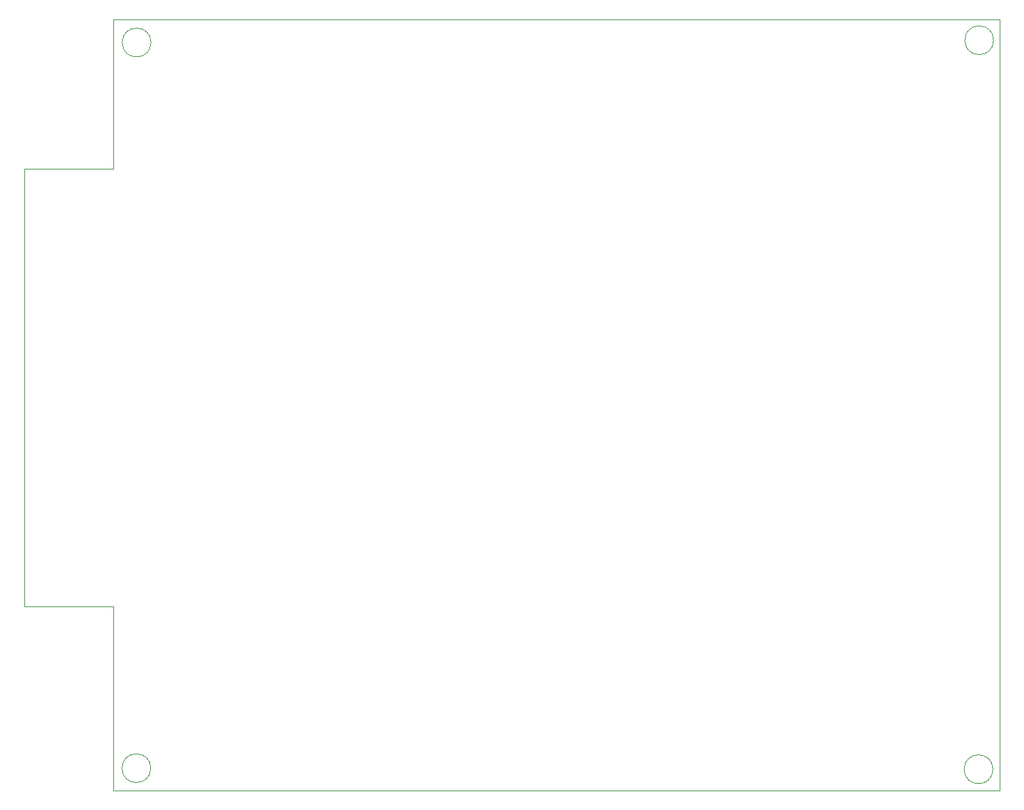
<source format=gbr>
%TF.GenerationSoftware,KiCad,Pcbnew,(5.1.10)-1*%
%TF.CreationDate,2021-06-27T11:46:24-07:00*%
%TF.ProjectId,TRS-IO-M1,5452532d-494f-42d4-9d31-2e6b69636164,rev?*%
%TF.SameCoordinates,Original*%
%TF.FileFunction,Profile,NP*%
%FSLAX46Y46*%
G04 Gerber Fmt 4.6, Leading zero omitted, Abs format (unit mm)*
G04 Created by KiCad (PCBNEW (5.1.10)-1) date 2021-06-27 11:46:24*
%MOMM*%
%LPD*%
G01*
G04 APERTURE LIST*
%TA.AperFunction,Profile*%
%ADD10C,0.050000*%
%TD*%
G04 APERTURE END LIST*
D10*
X118189511Y-50876200D02*
G75*
G03*
X118189511Y-50876200I-1754256J0D01*
G01*
X118164111Y-139319000D02*
G75*
G03*
X118164111Y-139319000I-1754256J0D01*
G01*
X220729311Y-139446000D02*
G75*
G03*
X220729311Y-139446000I-1754256J0D01*
G01*
X220805511Y-50596800D02*
G75*
G03*
X220805511Y-50596800I-1754256J0D01*
G01*
X113588800Y-142036800D02*
X221538800Y-142036800D01*
X221538800Y-48031400D02*
X221538800Y-142036800D01*
X113588800Y-48031400D02*
X221538800Y-48031400D01*
X113588800Y-66243200D02*
X113588800Y-48031400D01*
X113588800Y-119583200D02*
X113588800Y-142036800D01*
X102793800Y-119583200D02*
X113588800Y-119583200D01*
X102793800Y-66243200D02*
X113588800Y-66243200D01*
X102793800Y-119583200D02*
X102793800Y-66243200D01*
M02*

</source>
